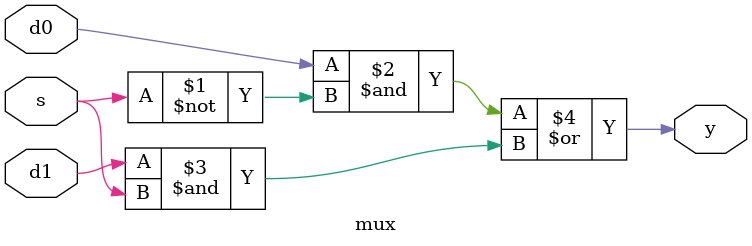
<source format=v>
`timescale 1ns / 1ps
module mux(
input d0,
input d1,
input s,
output y
);
assign y=(d0&~s)|(d1&s);
endmodule




</source>
